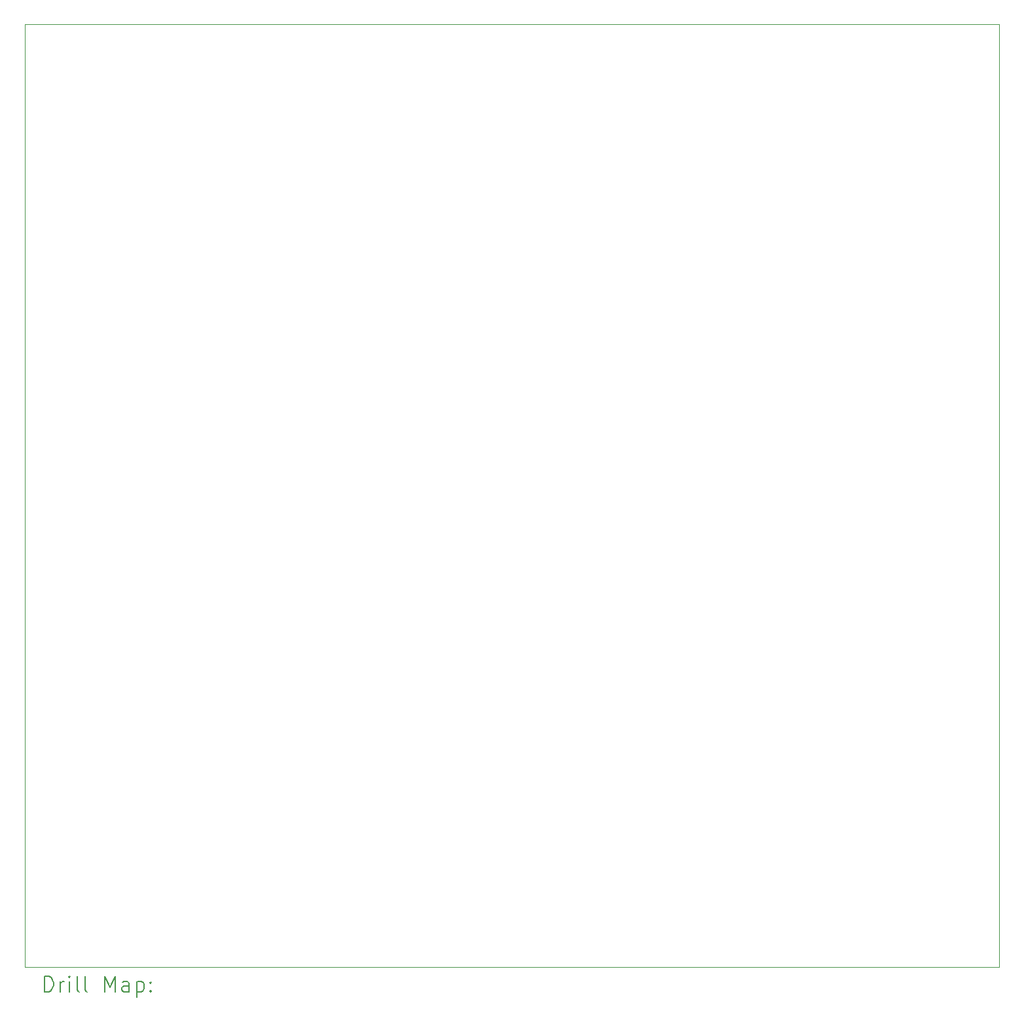
<source format=gbr>
%TF.GenerationSoftware,KiCad,Pcbnew,8.0.1*%
%TF.CreationDate,2024-08-10T06:31:25+02:00*%
%TF.ProjectId,2024-04-23 PCBV1.1,32303234-2d30-4342-9d32-332050434256,rev?*%
%TF.SameCoordinates,Original*%
%TF.FileFunction,Drillmap*%
%TF.FilePolarity,Positive*%
%FSLAX45Y45*%
G04 Gerber Fmt 4.5, Leading zero omitted, Abs format (unit mm)*
G04 Created by KiCad (PCBNEW 8.0.1) date 2024-08-10 06:31:25*
%MOMM*%
%LPD*%
G01*
G04 APERTURE LIST*
%ADD10C,0.100000*%
%ADD11C,0.200000*%
G04 APERTURE END LIST*
D10*
X3876000Y-3556000D02*
X16476000Y-3556000D01*
X16476000Y-15756000D01*
X3876000Y-15756000D01*
X3876000Y-3556000D01*
D11*
X4131777Y-16072484D02*
X4131777Y-15872484D01*
X4131777Y-15872484D02*
X4179396Y-15872484D01*
X4179396Y-15872484D02*
X4207967Y-15882008D01*
X4207967Y-15882008D02*
X4227015Y-15901055D01*
X4227015Y-15901055D02*
X4236539Y-15920103D01*
X4236539Y-15920103D02*
X4246063Y-15958198D01*
X4246063Y-15958198D02*
X4246063Y-15986769D01*
X4246063Y-15986769D02*
X4236539Y-16024865D01*
X4236539Y-16024865D02*
X4227015Y-16043912D01*
X4227015Y-16043912D02*
X4207967Y-16062960D01*
X4207967Y-16062960D02*
X4179396Y-16072484D01*
X4179396Y-16072484D02*
X4131777Y-16072484D01*
X4331777Y-16072484D02*
X4331777Y-15939150D01*
X4331777Y-15977246D02*
X4341301Y-15958198D01*
X4341301Y-15958198D02*
X4350824Y-15948674D01*
X4350824Y-15948674D02*
X4369872Y-15939150D01*
X4369872Y-15939150D02*
X4388920Y-15939150D01*
X4455586Y-16072484D02*
X4455586Y-15939150D01*
X4455586Y-15872484D02*
X4446063Y-15882008D01*
X4446063Y-15882008D02*
X4455586Y-15891531D01*
X4455586Y-15891531D02*
X4465110Y-15882008D01*
X4465110Y-15882008D02*
X4455586Y-15872484D01*
X4455586Y-15872484D02*
X4455586Y-15891531D01*
X4579396Y-16072484D02*
X4560348Y-16062960D01*
X4560348Y-16062960D02*
X4550824Y-16043912D01*
X4550824Y-16043912D02*
X4550824Y-15872484D01*
X4684158Y-16072484D02*
X4665110Y-16062960D01*
X4665110Y-16062960D02*
X4655586Y-16043912D01*
X4655586Y-16043912D02*
X4655586Y-15872484D01*
X4912729Y-16072484D02*
X4912729Y-15872484D01*
X4912729Y-15872484D02*
X4979396Y-16015341D01*
X4979396Y-16015341D02*
X5046063Y-15872484D01*
X5046063Y-15872484D02*
X5046063Y-16072484D01*
X5227015Y-16072484D02*
X5227015Y-15967722D01*
X5227015Y-15967722D02*
X5217491Y-15948674D01*
X5217491Y-15948674D02*
X5198444Y-15939150D01*
X5198444Y-15939150D02*
X5160348Y-15939150D01*
X5160348Y-15939150D02*
X5141301Y-15948674D01*
X5227015Y-16062960D02*
X5207967Y-16072484D01*
X5207967Y-16072484D02*
X5160348Y-16072484D01*
X5160348Y-16072484D02*
X5141301Y-16062960D01*
X5141301Y-16062960D02*
X5131777Y-16043912D01*
X5131777Y-16043912D02*
X5131777Y-16024865D01*
X5131777Y-16024865D02*
X5141301Y-16005817D01*
X5141301Y-16005817D02*
X5160348Y-15996293D01*
X5160348Y-15996293D02*
X5207967Y-15996293D01*
X5207967Y-15996293D02*
X5227015Y-15986769D01*
X5322253Y-15939150D02*
X5322253Y-16139150D01*
X5322253Y-15948674D02*
X5341301Y-15939150D01*
X5341301Y-15939150D02*
X5379396Y-15939150D01*
X5379396Y-15939150D02*
X5398444Y-15948674D01*
X5398444Y-15948674D02*
X5407967Y-15958198D01*
X5407967Y-15958198D02*
X5417491Y-15977246D01*
X5417491Y-15977246D02*
X5417491Y-16034388D01*
X5417491Y-16034388D02*
X5407967Y-16053436D01*
X5407967Y-16053436D02*
X5398444Y-16062960D01*
X5398444Y-16062960D02*
X5379396Y-16072484D01*
X5379396Y-16072484D02*
X5341301Y-16072484D01*
X5341301Y-16072484D02*
X5322253Y-16062960D01*
X5503205Y-16053436D02*
X5512729Y-16062960D01*
X5512729Y-16062960D02*
X5503205Y-16072484D01*
X5503205Y-16072484D02*
X5493682Y-16062960D01*
X5493682Y-16062960D02*
X5503205Y-16053436D01*
X5503205Y-16053436D02*
X5503205Y-16072484D01*
X5503205Y-15948674D02*
X5512729Y-15958198D01*
X5512729Y-15958198D02*
X5503205Y-15967722D01*
X5503205Y-15967722D02*
X5493682Y-15958198D01*
X5493682Y-15958198D02*
X5503205Y-15948674D01*
X5503205Y-15948674D02*
X5503205Y-15967722D01*
M02*

</source>
